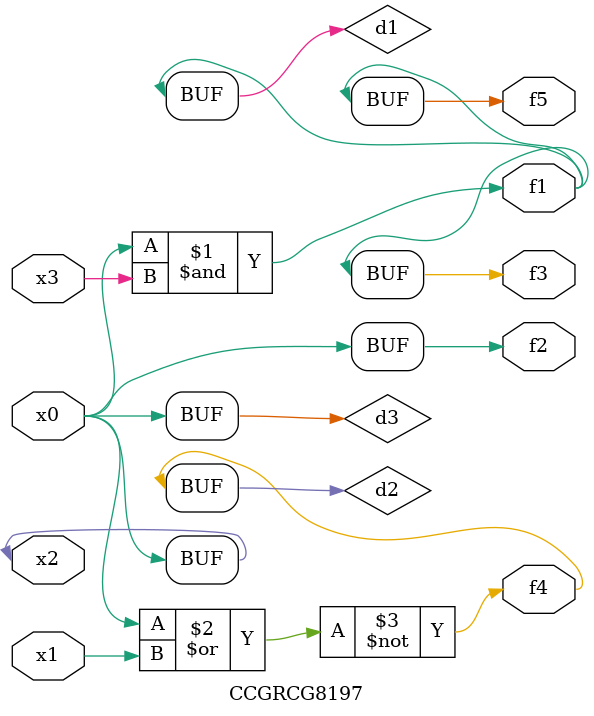
<source format=v>
module CCGRCG8197(
	input x0, x1, x2, x3,
	output f1, f2, f3, f4, f5
);

	wire d1, d2, d3;

	and (d1, x2, x3);
	nor (d2, x0, x1);
	buf (d3, x0, x2);
	assign f1 = d1;
	assign f2 = d3;
	assign f3 = d1;
	assign f4 = d2;
	assign f5 = d1;
endmodule

</source>
